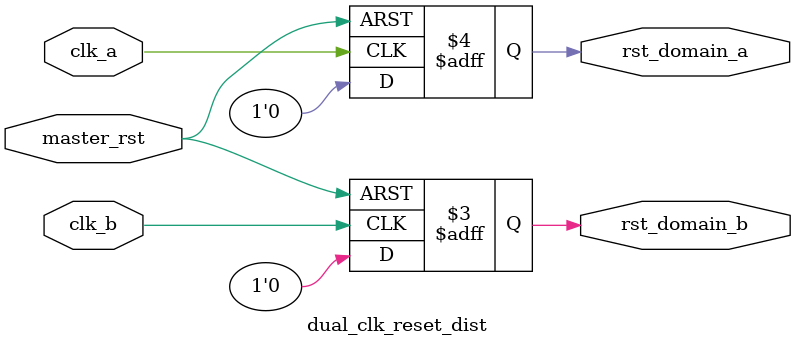
<source format=sv>
module dual_clk_reset_dist(
    input wire clk_a, clk_b,
    input wire master_rst,
    output reg rst_domain_a, rst_domain_b
);
    // Domain A reset synchronization
    always @(posedge clk_a or posedge master_rst)
        if (master_rst) rst_domain_a <= 1'b1;
        else rst_domain_a <= 1'b0;
    
    // Domain B reset synchronization
    always @(posedge clk_b or posedge master_rst)
        if (master_rst) rst_domain_b <= 1'b1;
        else rst_domain_b <= 1'b0;
endmodule
</source>
